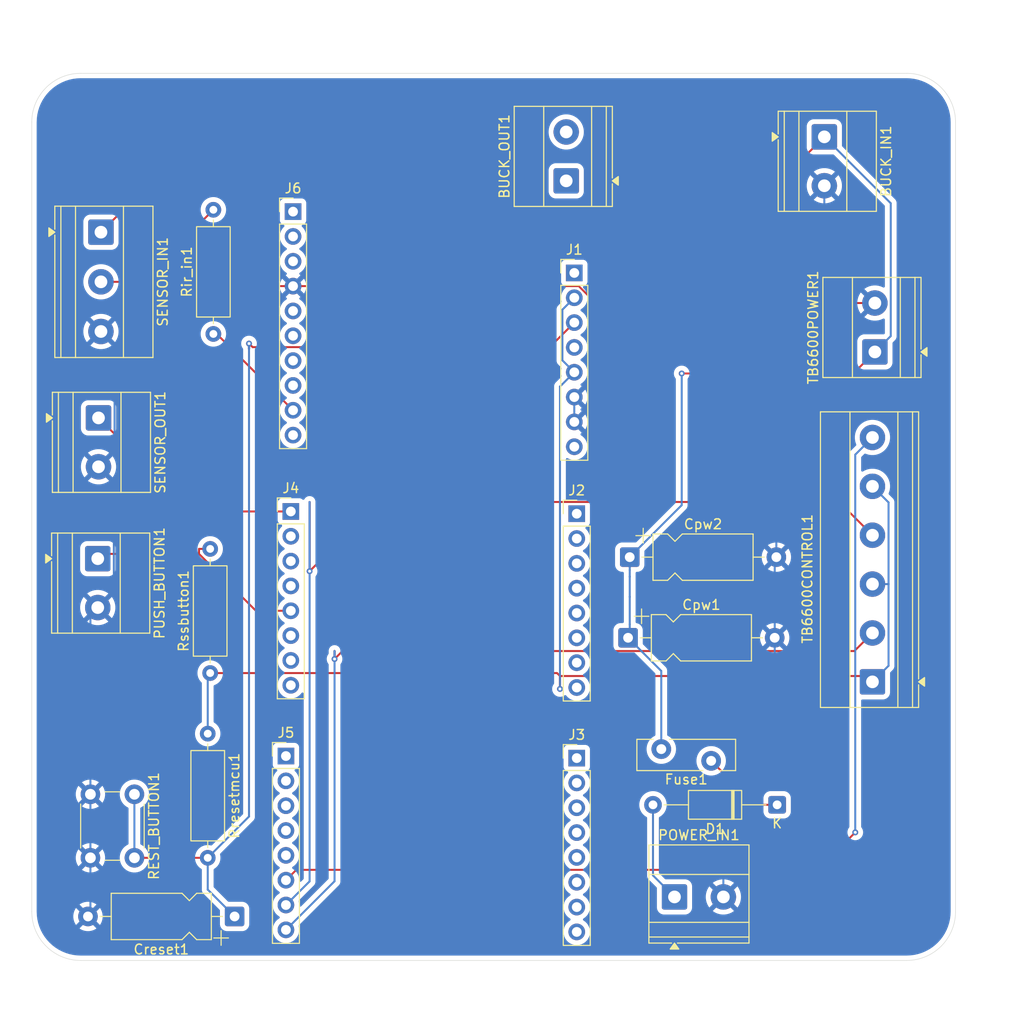
<source format=kicad_pcb>
(kicad_pcb (version 20241229) (generator "pcbnew") (generator_version "9.0")
  (layers (0 "F.Cu" signal) (2 "B.Cu" signal) (13 "F.Paste" user) (15 "B.Paste" user) (5 "F.SilkS" user "F.Silkscreen") (7 "B.SilkS" user "B.Silkscreen") (1 "F.Mask" user) (3 "B.Mask" user) (25 "Edge.Cuts" user))
  (net 0 "")
  (net 1 "GND")
  (net 2 "/24V")
  (net 3 "/Reset")
  (net 4 "Net-(D1-K)")
  (net 5 "Net-(D1-A)")
  (net 6 "/5V")
  (net 29 "/S{slash}S button")
  (net 30 "/IR_OUT")
  (net 35 "/EN")
  (net 37 "/PUL")
  (net 40 "/DIR")
  (net 42 "/SCL")
  (net 45 "/SDA")
  (net 46 "/IR_IN")
  (net 51 "Net-(SENSOR_IN1-Pin_2)")
  (footprint "TerminalBlock_Phoenix:TerminalBlock_Phoenix_MKDS-1,5-2_1x02_P5.00mm_Horizontal" (layer "F.Cu") (at 178.8275 66.25 -90)
    (property "Reference" "BUCK_IN1" (at 2.5 -6.32 90) (layer "F.SilkS"))
    (property "Value" "IN24V")
    (fp_line (start -2.62 4.72) (end -2.62 -5.32) (stroke (width 0.12)) (layer "F.SilkS"))
    (fp_line (start -0.3 4.72) (end -2.62 4.72) (stroke (width 0.12)) (layer "F.SilkS"))
    (fp_line (start 7.62 4.72) (end 0.3 4.72) (stroke (width 0.12)) (layer "F.SilkS"))
    (fp_line (start -2.62 4.1) (end 7.62 4.1) (stroke (width 0.12)) (layer "F.SilkS"))
    (fp_line (start -2.62 2.6) (end 7.62 2.6) (stroke (width 0.12)) (layer "F.SilkS"))
    (fp_line (start -2.62 -2.3) (end 7.62 -2.3) (stroke (width 0.12)) (layer "F.SilkS"))
    (fp_line (start -2.62 -5.32) (end 7.62 -5.32) (stroke (width 0.12)) (layer "F.SilkS"))
    (fp_line (start 7.62 -5.32) (end 7.62 4.72) (stroke (width 0.12)) (layer "F.SilkS"))
    (fp_poly (pts (xy 0 4.72) (xy 0.44 5.33) (xy -0.44 5.33)) (stroke (width 0.12)) (fill yes) (layer "F.SilkS"))
    (pad "1" thru_hole roundrect (at 0 0 270) (size 2.6 2.6) (drill 1.3) (layers "*.Cu" "*.Mask") (roundrect_rratio 0.096154) (net 2 "/24V"))
    (pad "2" thru_hole circle (at 5 0 270) (size 2.6 2.6) (drill 1.3) (layers "*.Cu" "*.Mask") (net 1 "GND"))
  )
  (footprint "Capacitor_THT:CP_Axial_L10.0mm_D4.5mm_P15.00mm_Horizontal" (layer "F.Cu") (at 158.92 109.2425)
    (property "Reference" "Cpw2" (at 7.5 -3.37 0) (layer "F.SilkS"))
    (property "Value" "0.1uF")
    (fp_line (start 0.63 -2.2) (end 2.13 -2.2) (stroke (width 0.12)) (layer "F.SilkS"))
    (fp_line (start 1.24 0) (end 2.38 0) (stroke (width 0.12)) (layer "F.SilkS"))
    (fp_line (start 1.38 -2.95) (end 1.38 -1.45) (stroke (width 0.12)) (layer "F.SilkS"))
    (fp_line (start 2.38 -2.37) (end 2.38 2.37) (stroke (width 0.12)) (layer "F.SilkS"))
    (fp_line (start 2.38 -2.37) (end 3.88 -2.37) (stroke (width 0.12)) (layer "F.SilkS"))
    (fp_line (start 2.38 2.37) (end 3.88 2.37) (stroke (width 0.12)) (layer "F.SilkS"))
    (fp_line (start 3.88 -2.37) (end 4.63 -1.62) (stroke (width 0.12)) (layer "F.SilkS"))
    (fp_line (start 3.88 2.37) (end 4.63 1.62) (stroke (width 0.12)) (layer "F.SilkS"))
    (fp_line (start 4.63 -1.62) (end 5.38 -2.37) (stroke (width 0.12)) (layer "F.SilkS"))
    (fp_line (start 4.63 1.62) (end 5.38 2.37) (stroke (width 0.12)) (layer "F.SilkS"))
    (fp_line (start 5.38 -2.37) (end 12.62 -2.37) (stroke (width 0.12)) (layer "F.SilkS"))
    (fp_line (start 5.38 2.37) (end 12.62 2.37) (stroke (width 0.12)) (layer "F.SilkS"))
    (fp_line (start 12.62 -2.37) (end 12.62 2.37) (stroke (width 0.12)) (layer "F.SilkS"))
    (fp_line (start 13.76 0) (end 12.62 0) (stroke (width 0.12)) (layer "F.SilkS"))
    (pad "1" thru_hole roundrect (at 0 0) (size 2 2) (drill 1) (layers "*.Cu" "*.Mask") (roundrect_rratio 0.125) (net 2 "/24V"))
    (pad "2" thru_hole circle (at 15 0) (size 2 2) (drill 1) (layers "*.Cu" "*.Mask") (net 1 "GND"))
  )
  (footprint "Resistor_THT:R_Axial_DIN0309_L9.0mm_D3.2mm_P12.70mm_Horizontal" (layer "F.Cu") (at 116 121.1 90)
    (property "Reference" "Rssbutton1" (at 6.35 -2.72 90) (layer "F.SilkS"))
    (property "Value" "10KΩ")
    (fp_line (start 11.66 0) (end 10.97 0) (stroke (width 0.12)) (layer "F.SilkS"))
    (fp_line (start 1.04 0) (end 1.73 0) (stroke (width 0.12)) (layer "F.SilkS"))
    (fp_rect (start 1.73 -1.72) (end 10.97 1.72) (stroke (width 0.12)) (fill no) (layer "F.SilkS"))
    (pad "1" thru_hole circle (at 0 0 90) (size 1.6 1.6) (drill 0.8) (layers "*.Cu" "*.Mask") (net 6 "/5V"))
    (pad "2" thru_hole circle (at 12.7 0 90) (size 1.6 1.6) (drill 0.8) (layers "*.Cu" "*.Mask") (net 29 "/S{slash}S button"))
  )
  (footprint "Connector_PinHeader_2.54mm:PinHeader_1x08_P2.54mm_Vertical" (layer "F.Cu") (at 153.25 80.17)
    (property "Reference" "J1" (at 0 -2.38 0) (layer "F.SilkS"))
    (property "Value" "Conn_01x08_Pin" (hide yes))
    (fp_line (start -1.38 -1.38) (end 0 -1.38) (stroke (width 0.12)) (layer "F.SilkS"))
    (fp_line (start -1.38 0) (end -1.38 -1.38) (stroke (width 0.12)) (layer "F.SilkS"))
    (fp_line (start -1.38 1.27) (end -1.38 19.16) (stroke (width 0.12)) (layer "F.SilkS"))
    (fp_line (start -1.38 1.27) (end 1.38 1.27) (stroke (width 0.12)) (layer "F.SilkS"))
    (fp_line (start -1.38 19.16) (end 1.38 19.16) (stroke (width 0.12)) (layer "F.SilkS"))
    (fp_line (start 1.38 1.27) (end 1.38 19.16) (stroke (width 0.12)) (layer "F.SilkS"))
    (pad "1" thru_hole rect (at 0 0) (size 1.7 1.7) (drill 1) (layers "*.Cu" "*.Mask"))
    (pad "2" thru_hole circle (at 0 2.54) (size 1.7 1.7) (drill 1) (layers "*.Cu" "*.Mask") (net 6 "/5V"))
    (pad "3" thru_hole circle (at 0 5.08) (size 1.7 1.7) (drill 1) (layers "*.Cu" "*.Mask") (net 3 "/Reset"))
    (pad "4" thru_hole circle (at 0 7.62) (size 1.7 1.7) (drill 1) (layers "*.Cu" "*.Mask"))
    (pad "5" thru_hole circle (at 0 10.16) (size 1.7 1.7) (drill 1) (layers "*.Cu" "*.Mask") (net 6 "/5V"))
    (pad "6" thru_hole circle (at 0 12.7) (size 1.7 1.7) (drill 1) (layers "*.Cu" "*.Mask") (net 1 "GND"))
    (pad "7" thru_hole circle (at 0 15.24) (size 1.7 1.7) (drill 1) (layers "*.Cu" "*.Mask") (net 1 "GND"))
    (pad "8" thru_hole circle (at 0 17.78) (size 1.7 1.7) (drill 1) (layers "*.Cu" "*.Mask"))
  )
  (footprint "Resistor_THT:R_Axial_DIN0309_L9.0mm_D3.2mm_P12.70mm_Horizontal" (layer "F.Cu") (at 116.3275 86.41 90)
    (property "Reference" "Rir_in1" (at 6.35 -2.72 90) (layer "F.SilkS"))
    (property "Value" "1KΩ")
    (fp_line (start 11.66 0) (end 10.97 0) (stroke (width 0.12)) (layer "F.SilkS"))
    (fp_line (start 1.04 0) (end 1.73 0) (stroke (width 0.12)) (layer "F.SilkS"))
    (fp_rect (start 1.73 -1.72) (end 10.97 1.72) (stroke (width 0.12)) (fill no) (layer "F.SilkS"))
    (pad "1" thru_hole circle (at 0 0 90) (size 1.6 1.6) (drill 0.8) (layers "*.Cu" "*.Mask") (net 46 "/IR_IN"))
    (pad "2" thru_hole circle (at 12.7 0 90) (size 1.6 1.6) (drill 0.8) (layers "*.Cu" "*.Mask") (net 51 "Net-(SENSOR_IN1-Pin_2)"))
  )
  (footprint "TerminalBlock_Phoenix:TerminalBlock_Phoenix_MKDS-1,5-2_1x02_P5.00mm_Horizontal" (layer "F.Cu") (at 163.5 144.0025)
    (property "Reference" "POWER_IN1" (at 2.5 -6.32 0) (layer "F.SilkS"))
    (property "Value" "IN24V")
    (fp_line (start -2.62 -5.32) (end 7.62 -5.32) (stroke (width 0.12)) (layer "F.SilkS"))
    (fp_line (start -2.62 -2.3) (end 7.62 -2.3) (stroke (width 0.12)) (layer "F.SilkS"))
    (fp_line (start -2.62 2.6) (end 7.62 2.6) (stroke (width 0.12)) (layer "F.SilkS"))
    (fp_line (start -2.62 4.1) (end 7.62 4.1) (stroke (width 0.12)) (layer "F.SilkS"))
    (fp_line (start -2.62 4.72) (end -2.62 -5.32) (stroke (width 0.12)) (layer "F.SilkS"))
    (fp_line (start -0.3 4.72) (end -2.62 4.72) (stroke (width 0.12)) (layer "F.SilkS"))
    (fp_line (start 7.62 -5.32) (end 7.62 4.72) (stroke (width 0.12)) (layer "F.SilkS"))
    (fp_line (start 7.62 4.72) (end 0.3 4.72) (stroke (width 0.12)) (layer "F.SilkS"))
    (fp_poly (pts (xy 0 4.72) (xy 0.44 5.33) (xy -0.44 5.33)) (stroke (width 0.12)) (fill yes) (layer "F.SilkS"))
    (pad "1" thru_hole roundrect (at 0 0) (size 2.6 2.6) (drill 1.3) (layers "*.Cu" "*.Mask") (roundrect_rratio 0.096154) (net 5 "Net-(D1-A)"))
    (pad "2" thru_hole circle (at 5 0) (size 2.6 2.6) (drill 1.3) (layers "*.Cu" "*.Mask") (net 1 "GND"))
  )
  (footprint "Fuse:Fuse_Bourns_MF-RG400" (layer "F.Cu") (at 167.25 130.08 180)
    (property "Reference" "Fuse1" (at 2.55 -1.9 0) (layer "F.SilkS"))
    (property "Value" "PTCFuse")
    (fp_line (start 7.6 2.2) (end 5.938 2.2) (stroke (width 0.12)) (layer "F.SilkS"))
    (fp_line (start 7.6 -1) (end 7.6 2.2) (stroke (width 0.12)) (layer "F.SilkS"))
    (fp_line (start 4.262 2.2) (end -2.5 2.2) (stroke (width 0.12)) (layer "F.SilkS"))
    (fp_line (start 0.838 -1) (end 7.6 -1) (stroke (width 0.12)) (layer "F.SilkS"))
    (fp_line (start -2.5 2.2) (end -2.5 -1) (stroke (width 0.12)) (layer "F.SilkS"))
    (fp_line (start -2.5 -1) (end -0.838 -1) (stroke (width 0.12)) (layer "F.SilkS"))
    (pad "1" thru_hole circle (at 0 0 180) (size 2.01 2.01) (drill 1.01) (layers "*.Cu" "*.Mask") (net 4 "Net-(D1-K)"))
    (pad "2" thru_hole circle (at 5.1 1.2 180) (size 2.01 2.01) (drill 1.01) (layers "*.Cu" "*.Mask") (net 2 "/24V"))
  )
  (footprint "Resistor_THT:R_Axial_DIN0309_L9.0mm_D3.2mm_P12.70mm_Horizontal" (layer "F.Cu") (at 115.75 127.3 -90)
    (property "Reference" "Rresetmcu1" (at 6.35 -2.72 90) (layer "F.SilkS"))
    (property "Value" "10KΩ")
    (fp_line (start 1.04 0) (end 1.73 0) (stroke (width 0.12)) (layer "F.SilkS"))
    (fp_line (start 11.66 0) (end 10.97 0) (stroke (width 0.12)) (layer "F.SilkS"))
    (fp_rect (start 1.73 -1.72) (end 10.97 1.72) (stroke (width 0.12)) (fill no) (layer "F.SilkS"))
    (pad "1" thru_hole circle (at 0 0 270) (size 1.6 1.6) (drill 0.8) (layers "*.Cu" "*.Mask") (net 6 "/5V"))
    (pad "2" thru_hole circle (at 12.7 0 270) (size 1.6 1.6) (drill 0.8) (layers "*.Cu" "*.Mask") (net 3 "/Reset"))
  )
  (footprint "Connector_PinHeader_2.54mm:PinHeader_1x08_P2.54mm_Vertical" (layer "F.Cu") (at 123.75 129.59)
    (property "Reference" "J5" (at 0 -2.38 0) (layer "F.SilkS"))
    (property "Value" "Conn_01x08_Pin" (hide yes))
    (fp_line (start -1.38 -1.38) (end 0 -1.38) (stroke (width 0.12)) (layer "F.SilkS"))
    (fp_line (start -1.38 0) (end -1.38 -1.38) (stroke (width 0.12)) (layer "F.SilkS"))
    (fp_line (start -1.38 1.27) (end -1.38 19.16) (stroke (width 0.12)) (layer "F.SilkS"))
    (fp_line (start -1.38 1.27) (end 1.38 1.27) (stroke (width 0.12)) (layer "F.SilkS"))
    (fp_line (start -1.38 19.16) (end 1.38 19.16) (stroke (width 0.12)) (layer "F.SilkS"))
    (fp_line (start 1.38 1.27) (end 1.38 19.16) (stroke (width 0.12)) (layer "F.SilkS"))
    (pad "1" thru_hole rect (at 0 0) (size 1.7 1.7) (drill 1) (layers "*.Cu" "*.Mask"))
    (pad "2" thru_hole circle (at 0 2.54) (size 1.7 1.7) (drill 1) (layers "*.Cu" "*.Mask"))
    (pad "3" thru_hole circle (at 0 5.08) (size 1.7 1.7) (drill 1) (layers "*.Cu" "*.Mask"))
    (pad "4" thru_hole circle (at 0 7.62) (size 1.7 1.7) (drill 1) (layers "*.Cu" "*.Mask"))
    (pad "5" thru_hole circle (at 0 10.16) (size 1.7 1.7) (drill 1) (layers "*.Cu" "*.Mask"))
    (pad "6" thru_hole circle (at 0 12.7) (size 1.7 1.7) (drill 1) (layers "*.Cu" "*.Mask") (net 35 "/EN"))
    (pad "7" thru_hole circle (at 0 15.24) (size 1.7 1.7) (drill 1) (layers "*.Cu" "*.Mask") (net 40 "/DIR"))
    (pad "8" thru_hole circle (at 0 17.78) (size 1.7 1.7) (drill 1) (layers "*.Cu" "*.Mask") (net 37 "/PUL"))
  )
  (footprint "Diode_THT:D_A-405_P12.70mm_Horizontal" (layer "F.Cu") (at 174 134.58 180)
    (property "Reference" "D1" (at 6.35 -2.47 0) (layer "F.SilkS"))
    (property "Value" "D1sch")
    (fp_line (start 11.56 0) (end 9.07 0) (stroke (width 0.12)) (layer "F.SilkS"))
    (fp_line (start 4.65 -1.47) (end 4.65 1.47) (stroke (width 0.12)) (layer "F.SilkS"))
    (fp_line (start 4.53 -1.47) (end 4.53 1.47) (stroke (width 0.12)) (layer "F.SilkS"))
    (fp_line (start 4.41 -1.47) (end 4.41 1.47) (stroke (width 0.12)) (layer "F.SilkS"))
    (fp_line (start 1.14 0) (end 3.63 0) (stroke (width 0.12)) (layer "F.SilkS"))
    (fp_rect (start 3.63 -1.47) (end 9.07 1.47) (stroke (width 0.12)) (fill no) (layer "F.SilkS"))
    (fp_text user "K" (at 0 -1.9 0) (layer "F.SilkS"))
    (pad "1" thru_hole roundrect (at 0 0 180) (size 1.8 1.8) (drill 0.9) (layers "*.Cu" "*.Mask") (roundrect_rratio 0.138889) (net 4 "Net-(D1-K)"))
    (pad "2" thru_hole circle (at 12.7 0 180) (size 1.8 1.8) (drill 0.9) (layers "*.Cu" "*.Mask") (net 5 "Net-(D1-A)"))
  )
  (footprint "Connector_PinHeader_2.54mm:PinHeader_1x08_P2.54mm_Vertical" (layer "F.Cu") (at 124.25 104.57)
    (property "Reference" "J4" (at 0 -2.38 0) (layer "F.SilkS"))
    (property "Value" "Conn_01x08_Pin" (hide yes))
    (fp_line (start -1.38 -1.38) (end 0 -1.38) (stroke (width 0.12)) (layer "F.SilkS"))
    (fp_line (start -1.38 0) (end -1.38 -1.38) (stroke (width 0.12)) (layer "F.SilkS"))
    (fp_line (start -1.38 1.27) (end -1.38 19.16) (stroke (width 0.12)) (layer "F.SilkS"))
    (fp_line (start -1.38 1.27) (end 1.38 1.27) (stroke (width 0.12)) (layer "F.SilkS"))
    (fp_line (start -1.38 19.16) (end 1.38 19.16) (stroke (width 0.12)) (layer "F.SilkS"))
    (fp_line (start 1.38 1.27) (end 1.38 19.16) (stroke (width 0.12)) (layer "F.SilkS"))
    (pad "1" thru_hole rect (at 0 0) (size 1.7 1.7) (drill 1) (layers "*.Cu" "*.Mask") (net 30 "/IR_OUT"))
    (pad "2" thru_hole circle (at 0 2.54) (size 1.7 1.7) (drill 1) (layers "*.Cu" "*.Mask"))
    (pad "3" thru_hole circle (at 0 5.08) (size 1.7 1.7) (drill 1) (layers "*.Cu" "*.Mask"))
    (pad "4" thru_hole circle (at 0 7.62) (size 1.7 1.7) (drill 1) (layers "*.Cu" "*.Mask"))
    (pad "5" thru_hole circle (at 0 10.16) (size 1.7 1.7) (drill 1) (layers "*.Cu" "*.Mask") (net 29 "/S{slash}S button"))
    (pad "6" thru_hole circle (at 0 12.7) (size 1.7 1.7) (drill 1) (layers "*.Cu" "*.Mask"))
    (pad "7" thru_hole circle (at 0 15.24) (size 1.7 1.7) (drill 1) (layers "*.Cu" "*.Mask"))
    (pad "8" thru_hole circle (at 0 17.78) (size 1.7 1.7) (drill 1) (layers "*.Cu" "*.Mask"))
  )
  (footprint "Button_Switch_THT:SW_PUSH_6mm" (layer "F.Cu") (at 108.25 133.5 -90)
    (property "Reference" "REST_BUTTON1" (at 3.25 -2 90) (layer "F.SilkS"))
    (property "Value" "RST_BTN")
    (fp_line (start 1 5.5) (end 5.5 5.5) (stroke (width 0.12)) (layer "F.SilkS"))
    (fp_line (start 6.75 3) (end 6.75 1.5) (stroke (width 0.12)) (layer "F.SilkS"))
    (fp_line (start -0.25 1.5) (end -0.25 3) (stroke (width 0.12)) (layer "F.SilkS"))
    (fp_line (start 5.5 -1) (end 1 -1) (stroke (width 0.12)) (layer "F.SilkS"))
    (pad "1" thru_hole circle (at 0 0) (size 2 2) (drill 1.1) (layers "*.Cu" "*.Mask") (net 3 "/Reset"))
    (pad "1" thru_hole circle (at 6.5 0) (size 2 2) (drill 1.1) (layers "*.Cu" "*.Mask") (net 3 "/Reset"))
    (pad "2" thru_hole circle (at 0 4.5) (size 2 2) (drill 1.1) (layers "*.Cu" "*.Mask") (net 1 "GND"))
    (pad "2" thru_hole circle (at 6.5 4.5) (size 2 2) (drill 1.1) (layers "*.Cu" "*.Mask") (net 1 "GND"))
  )
  (footprint "TerminalBlock_Phoenix:TerminalBlock_Phoenix_MKDS-1,5-3-5.08_1x03_P5.08mm_Horizontal" (layer "F.Cu") (at 104.8275 76 -90)
    (property "Reference" "SENSOR_IN1" (at 5.08 -6.32 90) (layer "F.SilkS"))
    (property "Value" "~")
    (fp_line (start -2.66 4.72) (end -2.66 -5.32) (stroke (width 0.12)) (layer "F.SilkS"))
    (fp_line (start -0.3 4.72) (end -2.66 4.72) (stroke (width 0.12)) (layer "F.SilkS"))
    (fp_line (start 12.82 4.72) (end 0.3 4.72) (stroke (width 0.12)) (layer "F.SilkS"))
    (fp_line (start -2.66 4.1) (end 12.82 4.1) (stroke (width 0.12)) (layer "F.SilkS"))
    (fp_line (start -2.66 2.6) (end 12.82 2.6) (stroke (width 0.12)) (layer "F.SilkS"))
    (fp_line (start -2.66 -2.3) (end 12.82 -2.3) (stroke (width 0.12)) (layer "F.SilkS"))
    (fp_line (start -2.66 -5.32) (end 12.82 -5.32) (stroke (width 0.12)) (layer "F.SilkS"))
    (fp_line (start 12.82 -5.32) (end 12.82 4.72) (stroke (width 0.12)) (layer "F.SilkS"))
    (fp_poly (pts (xy 0 4.72) (xy 0.44 5.33) (xy -0.44 5.33)) (stroke (width 0.12)) (fill yes) (layer "F.SilkS"))
    (pad "1" thru_hole roundrect (at 0 0 270) (size 2.6 2.6) (drill 1.3) (layers "*.Cu" "*.Mask") (roundrect_rratio 0.096154) (net 2 "/24V"))
    (pad "2" thru_hole circle (at 5.08 0 270) (size 2.6 2.6) (drill 1.3) (layers "*.Cu" "*.Mask") (net 51 "Net-(SENSOR_IN1-Pin_2)"))
    (pad "3" thru_hole circle (at 10.16 0 270) (size 2.6 2.6) (drill 1.3) (layers "*.Cu" "*.Mask") (net 1 "GND"))
  )
  (footprint "Capacitor_THT:CP_Axial_L10.0mm_D4.5mm_P15.00mm_Horizontal" (layer "F.Cu") (at 158.75 117.4925)
    (property "Reference" "Cpw1" (at 7.5 -3.37 0) (layer "F.SilkS"))
    (property "Value" "470uF")
    (fp_line (start 0.63 -2.2) (end 2.13 -2.2) (stroke (width 0.12)) (layer "F.SilkS"))
    (fp_line (start 1.24 0) (end 2.38 0) (stroke (width 0.12)) (layer "F.SilkS"))
    (fp_line (start 1.38 -2.95) (end 1.38 -1.45) (stroke (width 0.12)) (layer "F.SilkS"))
    (fp_line (start 2.38 -2.37) (end 2.38 2.37) (stroke (width 0.12)) (layer "F.SilkS"))
    (fp_line (start 2.38 -2.37) (end 3.88 -2.37) (stroke (width 0.12)) (layer "F.SilkS"))
    (fp_line (start 2.38 2.37) (end 3.88 2.37) (stroke (width 0.12)) (layer "F.SilkS"))
    (fp_line (start 3.88 -2.37) (end 4.63 -1.62) (stroke (width 0.12)) (layer "F.SilkS"))
    (fp_line (start 3.88 2.37) (end 4.63 1.62) (stroke (width 0.12)) (layer "F.SilkS"))
    (fp_line (start 4.63 -1.62) (end 5.38 -2.37) (stroke (width 0.12)) (layer "F.SilkS"))
    (fp_line (start 4.63 1.62) (end 5.38 2.37) (stroke (width 0.12)) (layer "F.SilkS"))
    (fp_line (start 5.38 -2.37) (end 12.62 -2.37) (stroke (width 0.12)) (layer "F.SilkS"))
    (fp_line (start 5.38 2.37) (end 12.62 2.37) (stroke (width 0.12)) (layer "F.SilkS"))
    (fp_line (start 12.62 -2.37) (end 12.62 2.37) (stroke (width 0.12)) (layer "F.SilkS"))
    (fp_line (start 13.76 0) (end 12.62 0) (stroke (width 0.12)) (layer "F.SilkS"))
    (pad "1" thru_hole roundrect (at 0 0) (size 2 2) (drill 1) (layers "*.Cu" "*.Mask") (roundrect_rratio 0.125) (net 2 "/24V"))
    (pad "2" thru_hole circle (at 15 0) (size 2 2) (drill 1) (layers "*.Cu" "*.Mask") (net 1 "GND"))
  )
  (footprint "Capacitor_THT:CP_Axial_L10.0mm_D4.5mm_P15.00mm_Horizontal" (layer "F.Cu") (at 118.5 146 180)
    (property "Reference" "Creset1" (at 7.5 -3.37 0) (layer "F.SilkS"))
    (property "Value" "0.1uF")
    (fp_line (start 13.76 0) (end 12.62 0) (stroke (width 0.12)) (layer "F.SilkS"))
    (fp_line (start 12.62 -2.37) (end 12.62 2.37) (stroke (width 0.12)) (layer "F.SilkS"))
    (fp_line (start 5.38 2.37) (end 12.62 2.37) (stroke (width 0.12)) (layer "F.SilkS"))
    (fp_line (start 5.38 -2.37) (end 12.62 -2.37) (stroke (width 0.12)) (layer "F.SilkS"))
    (fp_line (start 4.63 1.62) (end 5.38 2.37) (stroke (width 0.12)) (layer "F.SilkS"))
    (fp_line (start 4.63 -1.62) (end 5.38 -2.37) (stroke (width 0.12)) (layer "F.SilkS"))
    (fp_line (start 3.88 2.37) (end 4.63 1.62) (stroke (width 0.12)) (layer "F.SilkS"))
    (fp_line (start 3.88 -2.37) (end 4.63 -1.62) (stroke (width 0.12)) (layer "F.SilkS"))
    (fp_line (start 2.38 2.37) (end 3.88 2.37) (stroke (width 0.12)) (layer "F.SilkS"))
    (fp_line (start 2.38 -2.37) (end 3.88 -2.37) (stroke (width 0.12)) (layer "F.SilkS"))
    (fp_line (start 2.38 -2.37) (end 2.38 2.37) (stroke (width 0.12)) (layer "F.SilkS"))
    (fp_line (start 1.38 -2.95) (end 1.38 -1.45) (stroke (width 0.12)) (layer "F.SilkS"))
    (fp_line (start 1.24 0) (end 2.38 0) (stroke (width 0.12)) (layer "F.SilkS"))
    (fp_line (start 0.63 -2.2) (end 2.13 -2.2) (stroke (width 0.12)) (layer "F.SilkS"))
    (pad "1" thru_hole roundrect (at 0 0 180) (size 2 2) (drill 1) (layers "*.Cu" "*.Mask") (roundrect_rratio 0.125) (net 3 "/Reset"))
    (pad "2" thru_hole circle (at 15 0 180) (size 2 2) (drill 1) (layers "*.Cu" "*.Mask") (net 1 "GND"))
  )
  (footprint "TerminalBlock_Phoenix:TerminalBlock_Phoenix_MKDS-1,5-2_1x02_P5.00mm_Horizontal" (layer "F.Cu") (at 104.5775 95 -90)
    (property "Reference" "SENSOR_OUT1" (at 2.5 -6.32 90) (layer "F.SilkS"))
    (property "Value" "~")
    (fp_line (start -2.62 4.72) (end -2.62 -5.32) (stroke (width 0.12)) (layer "F.SilkS"))
    (fp_line (start -0.3 4.72) (end -2.62 4.72) (stroke (width 0.12)) (layer "F.SilkS"))
    (fp_line (start 7.62 4.72) (end 0.3 4.72) (stroke (width 0.12)) (layer "F.SilkS"))
    (fp_line (start -2.62 4.1) (end 7.62 4.1) (stroke (width 0.12)) (layer "F.SilkS"))
    (fp_line (start -2.62 2.6) (end 7.62 2.6) (stroke (width 0.12)) (layer "F.SilkS"))
    (fp_line (start -2.62 -2.3) (end 7.62 -2.3) (stroke (width 0.12)) (layer "F.SilkS"))
    (fp_line (start -2.62 -5.32) (end 7.62 -5.32) (stroke (width 0.12)) (layer "F.SilkS"))
    (fp_line (start 7.62 -5.32) (end 7.62 4.72) (stroke (width 0.12)) (layer "F.SilkS"))
    (fp_poly (pts (xy 0 4.72) (xy 0.44 5.33) (xy -0.44 5.33)) (stroke (width 0.12)) (fill yes) (layer "F.SilkS"))
    (pad "1" thru_hole roundrect (at 0 0 270) (size 2.6 2.6) (drill 1.3) (layers "*.Cu" "*.Mask") (roundrect_rratio 0.096154) (net 30 "/IR_OUT"))
    (pad "2" thru_hole circle (at 5 0 270) (size 2.6 2.6) (drill 1.3) (layers "*.Cu" "*.Mask") (net 1 "GND"))
  )
  (footprint "Connector_PinHeader_2.54mm:PinHeader_1x08_P2.54mm_Vertical" (layer "F.Cu") (at 153.5 129.8)
    (property "Reference" "J3" (at 0 -2.38 0) (layer "F.SilkS"))
    (property "Value" "Conn_01x08_Pin" (hide yes))
    (fp_line (start -1.38 -1.38) (end 0 -1.38) (stroke (width 0.12)) (layer "F.SilkS"))
    (fp_line (start -1.38 0) (end -1.38 -1.38) (stroke (width 0.12)) (layer "F.SilkS"))
    (fp_line (start -1.38 1.27) (end -1.38 19.16) (stroke (width 0.12)) (layer "F.SilkS"))
    (fp_line (start -1.38 1.27) (end 1.38 1.27) (stroke (width 0.12)) (layer "F.SilkS"))
    (fp_line (start -1.38 19.16) (end 1.38 19.16) (stroke (width 0.12)) (layer "F.SilkS"))
    (fp_line (start 1.38 1.27) (end 1.38 19.16) (stroke (width 0.12)) (layer "F.SilkS"))
    (pad "1" thru_hole rect (at 0 0) (size 1.7 1.7) (drill 1) (layers "*.Cu" "*.Mask"))
    (pad "2" thru_hole circle (at 0 2.54) (size 1.7 1.7) (drill 1) (layers "*.Cu" "*.Mask"))
    (pad "3" thru_hole circle (at 0 5.08) (size 1.7 1.7) (drill 1) (layers "*.Cu" "*.Mask"))
    (pad "4" thru_hole circle (at 0 7.62) (size 1.7 1.7) (drill 1) (layers "*.Cu" "*.Mask"))
    (pad "5" thru_hole circle (at 0 10.16) (size 1.7 1.7) (drill 1) (layers "*.Cu" "*.Mask"))
    (pad "6" thru_hole circle (at 0 12.7) (size 1.7 1.7) (drill 1) (layers "*.Cu" "*.Mask"))
    (pad "7" thru_hole circle (at 0 15.24) (size 1.7 1.7) (drill 1) (layers "*.Cu" "*.Mask"))
    (pad "8" thru_hole circle (at 0 17.78) (size 1.7 1.7) (drill 1) (layers "*.Cu" "*.Mask"))
  )
  (footprint "Connector_PinHeader_2.54mm:PinHeader_1x10_P2.54mm_Vertical" (layer "F.Cu") (at 124.48 73.9)
    (property "Reference" "J6" (at 0 -2.38 0) (layer "F.SilkS"))
    (property "Value" "Conn_01x10_Pin" (hide yes))
    (fp_line (start -1.38 -1.38) (end 0 -1.38) (stroke (width 0.12)) (layer "F.SilkS"))
    (fp_line (start -1.38 0) (end -1.38 -1.38) (stroke (width 0.12)) (layer "F.SilkS"))
    (fp_line (start -1.38 1.27) (end -1.38 24.24) (stroke (width 0.12)) (layer "F.SilkS"))
    (fp_line (start -1.38 1.27) (end 1.38 1.27) (stroke (width 0.12)) (layer "F.SilkS"))
    (fp_line (start -1.38 24.24) (end 1.38 24.24) (stroke (width 0.12)) (layer "F.SilkS"))
    (fp_line (start 1.38 1.27) (end 1.38 24.24) (stroke (width 0.12)) (layer "F.SilkS"))
    (pad "1" thru_hole rect (at 0 0) (size 1.7 1.7) (drill 1) (layers "*.Cu" "*.Mask") (net 42 "/SCL"))
    (pad "2" thru_hole circle (at 0 2.54) (size 1.7 1.7) (drill 1) (layers "*.Cu" "*.Mask") (net 45 "/SDA"))
    (pad "3" thru_hole circle (at 0 5.08) (size 1.7 1.7) (drill 1) (layers "*.Cu" "*.Mask"))
    (pad "4" thru_hole circle (at 0 7.62) (size 1.7 1.7) (drill 1) (layers "*.Cu" "*.Mask") (net 1 "GND"))
    (pad "5" thru_hole circle (at 0 10.16) (size 1.7 1.7) (drill 1) (layers "*.Cu" "*.Mask"))
    (pad "6" thru_hole circle (at 0 12.7) (size 1.7 1.7) (drill 1) (layers "*.Cu" "*.Mask"))
    (pad "7" thru_hole circle (at 0 15.24) (size 1.7 1.7) (drill 1) (layers "*.Cu" "*.Mask"))
    (pad "8" thru_hole circle (at 0 17.78) (size 1.7 1.7) (drill 1) (layers "*.Cu" "*.Mask"))
    (pad "9" thru_hole circle (at 0 20.32) (size 1.7 1.7) (drill 1) (layers "*.Cu" "*.Mask") (net 46 "/IR_IN"))
    (pad "10" thru_hole circle (at 0 22.86) (size 1.7 1.7) (drill 1) (layers "*.Cu" "*.Mask"))
  )
  (footprint "TerminalBlock_Phoenix:TerminalBlock_Phoenix_MKDS-1,5-2_1x02_P5.00mm_Horizontal" (layer "F.Cu") (at 152.4225 70.75 90)
    (property "Reference" "BUCK_OUT1" (at 2.5 -6.32 90) (layer "F.SilkS"))
    (property "Value" "OUT12V")
    (fp_line (start 7.62 -5.32) (end 7.62 4.72) (stroke (width 0.12)) (layer "F.SilkS"))
    (fp_line (start -2.62 -5.32) (end 7.62 -5.32) (stroke (width 0.12)) (layer "F.SilkS"))
    (fp_line (start -2.62 -2.3) (end 7.62 -2.3) (stroke (width 0.12)) (layer "F.SilkS"))
    (fp_line (start -2.62 2.6) (end 7.62 2.6) (stroke (width 0.12)) (layer "F.SilkS"))
    (fp_line (start -2.62 4.1) (end 7.62 4.1) (stroke (width 0.12)) (layer "F.SilkS"))
    (fp_line (start 7.62 4.72) (end 0.3 4.72) (stroke (width 0.12)) (layer "F.SilkS"))
    (fp_line (start -0.3 4.72) (end -2.62 4.72) (stroke (width 0.12)) (layer "F.SilkS"))
    (fp_line (start -2.62 4.72) (end -2.62 -5.32) (stroke (width 0.12)) (layer "F.SilkS"))
    (fp_poly (pts (xy 0 4.72) (xy 0.44 5.33) (xy -0.44 5.33)) (stroke (width 0.12)) (fill yes) (layer "F.SilkS"))
    (pad "1" thru_hole roundrect (at 0 0 90) (size 2.6 2.6) (drill 1.3) (layers "*.Cu" "*.Mask") (roundrect_rratio 0.096154))
    (pad "2" thru_hole circle (at 5 0 90) (size 2.6 2.6) (drill 1.3) (layers "*.Cu" "*.Mask"))
  )
  (footprint "TerminalBlock_Phoenix:TerminalBlock_Phoenix_MKDS-1,5-2_1x02_P5.00mm_Horizontal" (layer "F.Cu") (at 184 88.25 90)
    (property "Reference" "TB6600POWER1" (at 2.5 -6.32 90) (layer "F.SilkS"))
    (property "Value" "POWER24V")
    (fp_line (start 7.62 -5.32) (end 7.62 4.72) (stroke (width 0.12)) (layer "F.SilkS"))
    (fp_line (start -2.62 -5.32) (end 7.62 -5.32) (stroke (width 0.12)) (layer "F.SilkS"))
    (fp_line (start -2.62 -2.3) (end 7.62 -2.3) (stroke (width 0.12)) (layer "F.SilkS"))
    (fp_line (start -2.62 2.6) (end 7.62 2.6) (stroke (width 0.12)) (layer "F.SilkS"))
    (fp_line (start -2.62 4.1) (end 7.62 4.1) (stroke (width 0.12)) (layer "F.SilkS"))
    (fp_line (start 7.62 4.72) (end 0.3 4.72) (stroke (width 0.12)) (layer "F.SilkS"))
    (fp_line (start -0.3 4.72) (end -2.62 4.72) (stroke (width 0.12)) (layer "F.SilkS"))
    (fp_line (start -2.62 4.72) (end -2.62 -5.32) (stroke (width 0.12)) (layer "F.SilkS"))
    (fp_poly (pts (xy 0 4.72) (xy 0.44 5.33) (xy -0.44 5.33)) (stroke (width 0.12)) (fill yes) (layer "F.SilkS"))
    (pad "1" thru_hole roundrect (at 0 0 90) (size 2.6 2.6) (drill 1.3) (layers "*.Cu" "*.Mask") (roundrect_rratio 0.096154) (net 2 "/24V"))
    (pad "2" thru_hole circle (at 5 0 90) (size 2.6 2.6) (drill 1.3) (layers "*.Cu" "*.Mask") (net 1 "GND"))
  )
  (footprint "Connector_PinHeader_2.54mm:PinHeader_1x08_P2.54mm_Vertical" (layer "F.Cu") (at 153.5 104.8)
    (property "Reference" "J2" (at 0 -2.38 0) (layer "F.SilkS"))
    (property "Value" "Conn_01x08_Pin" (hide yes))
    (fp_line (start -1.38 -1.38) (end 0 -1.38) (stroke (width 0.12)) (layer "F.SilkS"))
    (fp_line (start -1.38 0) (end -1.38 -1.38) (stroke (width 0.12)) (layer "F.SilkS"))
    (fp_line (start -1.38 1.27) (end -1.38 19.16) (stroke (width 0.12)) (layer "F.SilkS"))
    (fp_line (start -1.38 1.27) (end 1.38 1.27) (stroke (width 0.12)) (layer "F.SilkS"))
    (fp_line (start -1.38 19.16) (end 1.38 19.16) (stroke (width 0.12)) (layer "F.SilkS"))
    (fp_line (start 1.38 1.27) (end 1.38 19.16) (stroke (width 0.12)) (layer "F.SilkS"))
    (pad "1" thru_hole rect (at 0 0) (size 1.7 1.7) (drill 1) (layers "*.Cu" "*.Mask"))
    (pad "2" thru_hole circle (at 0 2.54) (size 1.7 1.7) (drill 1) (layers "*.Cu" "*.Mask"))
    (pad "3" thru_hole circle (at 0 5.08) (size 1.7 1.7) (drill 1) (layers "*.Cu" "*.Mask"))
    (pad "4" thru_hole circle (at 0 7.62) (size 1.7 1.7) (drill 1) (layers "*.Cu" "*.Mask"))
    (pad "5" thru_hole circle (at 0 10.16) (size 1.7 1.7) (drill 1) (layers "*.Cu" "*.Mask"))
    (pad "6" thru_hole circle (at 0 12.7) (size 1.7 1.7) (drill 1) (layers "*.Cu" "*.Mask"))
    (pad "7" thru_hole circle (at 0 15.24) (size 1.7 1.7) (drill 1) (layers "*.Cu" "*.Mask"))
    (pad "8" thru_hole circle (at 0 17.78) (size 1.7 1.7) (drill 1) (layers "*.Cu" "*.Mask"))
  )
  (footprint "TerminalBlock_Phoenix:TerminalBlock_Phoenix_MKDS-1,5-2_1x02_P5.00mm_Horizontal" (layer "F.Cu") (at 104.5 109.4 -90)
    (property "Reference" "PUSH_BUTTON1" (at 2.5 -6.32 90) (layer "F.SilkS"))
    (property "Value" "~")
    (fp_line (start -2.62 4.72) (end -2.62 -5.32) (stroke (width 0.12)) (layer "F.SilkS"))
    (fp_line (start -0.3 4.72) (end -2.62 4.72) (stroke (width 0.12)) (layer "F.SilkS"))
    (fp_line (start 7.62 4.72) (end 0.3 4.72) (stroke (width 0.12)) (layer "F.SilkS"))
    (fp_line (start -2.62 4.1) (end 7.62 4.1) (stroke (width 0.12)) (layer "F.SilkS"))
    (fp_line (start -2.62 2.6) (end 7.62 2.6) (stroke (width 0.12)) (layer "F.SilkS"))
    (fp_line (start -2.62 -2.3) (end 7.62 -2.3) (stroke (width 0.12)) (layer "F.SilkS"))
    (fp_line (start -2.62 -5.32) (end 7.62 -5.32) (stroke (width 0.12)) (layer "F.SilkS"))
    (fp_line (start 7.62 -5.32) (end 7.62 4.72) (stroke (width 0.12)) (layer "F.SilkS"))
    (fp_poly (pts (xy 0 4.72) (xy 0.44 5.33) (xy -0.44 5.33)) (stroke (width 0.12)) (fill yes) (layer "F.SilkS"))
    (pad "1" thru_hole roundrect (at 0 0 270) (size 2.6 2.6) (drill 1.3) (layers "*.Cu" "*.Mask") (roundrect_rratio 0.096154) (net 29 "/S{slash}S button"))
    (pad "2" thru_hole circle (at 5 0 270) (size 2.6 2.6) (drill 1.3) (layers "*.Cu" "*.Mask") (net 1 "GND"))
  )
  (footprint "TerminalBlock_Phoenix:TerminalBlock_Phoenix_MKDS-1,5-6_1x06_P5.00mm_Horizontal" (layer "F.Cu") (at 183.75 122 90)
    (property "Reference" "TB6600CONTROL1" (at 10.54 -6.6525 90) (layer "F.SilkS"))
    (property "Value" "CONTROL")
    (fp_line (start 27.62 -5.32) (end 27.62 4.72) (stroke (width 0.12)) (layer "F.SilkS"))
    (fp_line (start -2.62 -5.32) (end 27.62 -5.32) (stroke (width 0.12)) (layer "F.SilkS"))
    (fp_line (start -2.62 -2.3) (end 27.62 -2.3) (stroke (width 0.12)) (layer "F.SilkS"))
    (fp_line (start -2.62 2.6) (end 27.62 2.6) (stroke (width 0.12)) (layer "F.SilkS"))
    (fp_line (start -2.62 4.1) (end 27.62 4.1) (stroke (width 0.12)) (layer "F.SilkS"))
    (fp_line (start 27.62 4.72) (end 0.3 4.72) (stroke (width 0.12)) (layer "F.SilkS"))
    (fp_line (start -0.3 4.72) (end -2.62 4.72) (stroke (width 0.12)) (layer "F.SilkS"))
    (fp_line (start -2.62 4.72) (end -2.62 -5.32) (stroke (width 0.12)) (layer "F.SilkS"))
    (fp_poly (pts (xy 0 4.72) (xy 0.44 5.33) (xy -0.44 5.33)) (stroke (width 0.12)) (fill yes) (layer "F.SilkS"))
    (pad "1" thru_hole roundrect (at 0 0 90) (size 2.6 2.6) (drill 1.3) (layers "*.Cu" "*.Mask") (roundrect_rratio 0.096154) (net 6 "/5V"))
    (pad "2" thru_hole circle (at 5 0 90) (size 2.6 2.6) (drill 1.3) (layers "*.Cu" "*.Mask") (net 37 "/PUL"))
    (pad "3" thru_hole circle (at 10 0 90) (size 2.6 2.6) (drill 1.3) (layers "*.Cu" "*.Mask") (net 6 "/5V"))
    (pad "4" thru_hole circle (at 15 0 90) (size 2.6 2.6) (drill 1.3) (layers "*.Cu" "*.Mask") (net 40 "/DIR"))
    (pad "5" thru_hole circle (at 20 0 90) (size 2.6 2.6) (drill 1.3) (layers "*.Cu" "*.Mask") (net 6 "/5V"))
    (pad "6" thru_hole circle (at 25 0 90) (size 2.6 2.6) (drill 1.3) (layers "*.Cu" "*.Mask") (net 35 "/EN"))
  )
  (gr_line (start 192.25 64.75) (end 192.25 145.5) (stroke (width 0.05)) (layer "Edge.Cuts"))
  (gr_line (start 97.75 145.5) (end 97.75 64.75) (stroke (width 0.05)) (layer "Edge.Cuts"))
  (gr_line (start 187.25 150.5) (end 102.75 150.5) (stroke (width 0.05)) (layer "Edge.Cuts"))
  (gr_arc (start 102.75 150.5) (mid 99.214466 149.035534) (end 97.75 145.5) (stroke (width 0.05)) (layer "Edge.Cuts"))
  (gr_arc (start 187.25 59.75) (mid 190.785534 61.214466) (end 192.25 64.75) (stroke (width 0.05)) (layer "Edge.Cuts"))
  (gr_line (start 102.75 59.75) (end 187.25 59.75) (stroke (width 0.05)) (layer "Edge.Cuts"))
  (gr_arc (start 97.75 64.75) (mid 99.214466 61.214466) (end 102.75 59.75) (stroke (width 0.05)) (layer "Edge.Cuts"))
  (gr_arc (start 192.25 145.5) (mid 190.785534 149.035534) (end 187.25 150.5) (stroke (width 0.05)) (layer "Edge.Cuts"))
  (segment (start 124.48 81.52) (end 109.4675 81.52) (width 0.2) (layer "F.Cu") (net 1))
  (segment (start 159.1534 86.9666) (end 153.7068 81.52) (width 0.2) (layer "F.Cu") (net 1))
  (segment (start 153.7068 81.52) (end 124.48 81.52) (width 0.2) (layer "F.Cu") (net 1))
  (segment (start 109.4675 81.52) (end 104.8275 86.16) (width 0.2) (layer "F.Cu") (net 1))
  (segment (start 162.87 83.25) (end 159.1534 86.9666) (width 0.2) (layer "F.Cu") (net 1))
  (segment (start 159.1534 86.9666) (end 153.25 92.87) (width 0.2) (layer "F.Cu") (net 1))
  (segment (start 184 83.25) (end 162.87 83.25) (width 0.2) (layer "F.Cu") (net 1))
  (segment (start 178.8275 74.6637) (end 178.8275 74.705) (width 0.2) (layer "B.Cu") (net 1))
  (segment (start 173.75 130.7571) (end 168.5 136.0071) (width 0.2) (layer "B.Cu") (net 1))
  (segment (start 103.75 115.15) (end 103.75 133.5) (width 0.2) (layer "B.Cu") (net 1))
  (segment (start 106.2207 87.5532) (end 106.2207 98.3568) (width 0.2) (layer "B.Cu") (net 1))
  (segment (start 106.1441 101.5666) (end 106.1441 112.7559) (width 0.2) (layer "B.Cu") (net 1))
  (segment (start 178.8275 71.25) (end 178.8275 74.6637) (width 0.2) (layer "B.Cu") (net 1))
  (segment (start 173.92 93.33) (end 173.92 109.2425) (width 0.2) (layer "B.Cu") (net 1))
  (segment (start 104.5 114.4) (end 103.75 115.15) (width 0.2) (layer "B.Cu") (net 1))
  (segment (start 104.8275 86.16) (end 106.2207 87.5532) (width 0.2) (layer "B.Cu") (net 1))
  (segment (start 106.2207 98.3568) (end 104.5775 100) (width 0.2) (layer "B.Cu") (net 1))
  (segment (start 173.75 117.4925) (end 173.75 130.7571) (width 0.2) (layer "B.Cu") (net 1))
  (segment (start 104.5775 100) (end 106.1441 101.5666) (width 0.2) (layer "B.Cu") (net 1))
  (segment (start 103.75 145.75) (end 103.75 140) (width 0.2) (layer "B.Cu") (net 1))
  (segment (start 173.75 109.4125) (end 173.75 117.4925) (width 0.2) (layer "B.Cu") (net 1))
  (segment (start 173.92 109.2425) (end 173.75 109.4125) (width 0.2) (layer "B.Cu") (net 1))
  (segment (start 103.75 133.5) (end 103.75 140) (width 0.2) (layer "B.Cu") (net 1))
  (segment (start 178.8275 78.0775) (end 184 83.25) (width 0.2) (layer "B.Cu") (net 1))
  (segment (start 178.8275 74.705) (end 178.8275 78.0775) (width 0.2) (layer "B.Cu") (net 1))
  (segment (start 153.25 92.87) (end 153.25 95.41) (width 0.2) (layer "B.Cu") (net 1))
  (segment (start 103.5 146) (end 103.75 145.75) (width 0.2) (layer "B.Cu") (net 1))
  (segment (start 106.1441 112.7559) (end 104.5 114.4) (width 0.2) (layer "B.Cu") (net 1))
  (segment (start 168.5 136.0071) (end 168.5 144.0025) (width 0.2) (layer "B.Cu") (net 1))
  (segment (start 184 83.25) (end 173.92 93.33) (width 0.2) (layer "B.Cu") (net 1))
  (segment (start 104.8275 76) (end 112.1799 68.6476) (width 0.2) (layer "F.Cu") (net 2))
  (segment (start 176.4299 68.6476) (end 178.8275 66.25) (width 0.2) (layer "F.Cu") (net 2))
  (segment (start 181.795 90.455) (end 184 88.25) (width 0.2) (layer "F.Cu") (net 2))
  (segment (start 112.1799 68.6476) (end 176.4299 68.6476) (width 0.2) (layer "F.Cu") (net 2))
  (segment (start 164.2365 90.455) (end 181.795 90.455) (width 0.2) (layer "F.Cu") (net 2))
  (via (at 164.2365 90.455) (size 0.6) (drill 0.3) (layers "F.Cu" "B.Cu") (net 2))
  (segment (start 158.92 111.2212) (end 158.92 110.5656) (width 0.2) (layer "B.Cu") (net 2))
  (segment (start 162.15 120.8925) (end 162.15 128.88) (width 0.2) (layer "B.Cu") (net 2))
  (segment (start 158.92 110.5656) (end 158.92 110.2676) (width 0.2) (layer "B.Cu") (net 2))
  (segment (start 158.92 110.2263) (end 158.92 109.2425) (width 0.2) (layer "B.Cu") (net 2))
  (segment (start 185.6209 86.6291) (end 185.6209 73.0434) (width 0.2) (layer "B.Cu") (net 2))
  (segment (start 158.92 117.3225) (end 158.92 116.1139) (width 0.2) (layer "B.Cu") (net 2))
  (segment (start 185.6209 73.0434) (end 178.8275 66.25) (width 0.2) (layer "B.Cu") (net 2))
  (segment (start 158.92 113.3238) (end 158.92 113.2825) (width 0.2) (layer "B.Cu") (net 2))
  (segment (start 158.92 109.2425) (end 164.2365 103.926) (width 0.2) (layer "B.Cu") (net 2))
  (segment (start 158.92 110.2676) (end 158.92 110.2263) (width 0.2) (layer "B.Cu") (net 2))
  (segment (start 158.92 113.2825) (end 158.92 111.2625) (width 0.2) (layer "B.Cu") (net 2))
  (segment (start 184 88.25) (end 185.6209 86.6291) (width 0.2) (layer "B.Cu") (net 2))
  (segment (start 164.2365 103.926) (end 164.2365 90.455) (width 0.2) (layer "B.Cu") (net 2))
  (segment (start 158.75 117.4925) (end 158.92 117.3225) (width 0.2) (layer "B.Cu") (net 2))
  (segment (start 158.92 111.2625) (end 158.92 111.2212) (width 0.2) (layer "B.Cu") (net 2))
  (segment (start 158.75 117.4925) (end 162.15 120.8925) (width 0.2) (layer "B.Cu") (net 2))
  (segment (start 158.92 116.1139) (end 158.92 113.3238) (width 0.2) (layer "B.Cu") (net 2))
  (segment (start 115.75 140) (end 108.25 140) (width 0.2) (layer "F.Cu") (net 3))
  (segment (start 119.9735 87.3932) (end 119.9735 87.9094) (width 0.2) (layer "F.Cu") (net 3))
  (segment (start 153.25 85.25) (end 150.7418 87.7582) (width 0.2) (layer "F.Cu") (net 3))
  (segment (start 120.3385 87.7582) (end 119.9735 87.3932) (width 0.2) (layer "F.Cu") (net 3))
  (segment (start 150.7418 87.7582) (end 120.3385 87.7582) (width 0.2) (layer "F.Cu") (net 3))
  (segment (start 119.9735 87.9094) (end 119.9735 87.3932) (width 0.2) (layer "F.Cu") (net 3))
  (via (at 119.9735 87.3932) (size 0.6) (drill 0.3) (layers "F.Cu" "B.Cu") (net 3))
  (segment (start 108.25 140) (end 108.25 133.5) (width 0.2) (layer "B.Cu") (net 3))
  (segment (start 119.9735 87.3932) (end 119.9735 135.7765) (width 0.2) (layer "B.Cu") (net 3))
  (segment (start 119.9735 87.3932) (end 119.9735 87.9094) (width 0.2) (layer "B.Cu") (net 3))
  (segment (start 119.9735 87.9094) (end 119.9735 87.3932) (width 0.2) (layer "B.Cu") (net 3))
  (segment (start 115.75 143.25) (end 115.75 140) (width 0.2) (layer "B.Cu") (net 3))
  (segment (start 119.9735 135.7765) (end 115.75 140) (width 0.2) (layer "B.Cu") (net 3))
  (segment (start 118.5 146) (end 115.75 143.25) (width 0.2) (layer "B.Cu") (net 3))
  (segment (start 171.75 134.58) (end 167.25 130.08) (width 0.2) (layer "F.Cu") (net 4))
  (segment (start 174 134.58) (end 171.75 134.58) (width 0.2) (layer "F.Cu") (net 4))
  (segment (start 163.5 144.0025) (end 161.3 141.8025) (width 0.2) (layer "B.Cu") (net 5))
  (segment (start 161.3 141.8025) (end 161.3 134.58) (width 0.2) (layer "B.Cu") (net 5))
  (segment (start 151.4809 121.1) (end 151.7846 121.4037) (width 0.2) (layer "F.Cu") (net 6))
  (segment (start 151.7846 121.4037) (end 151.7846 122.7279) (width 0.2) (layer "F.Cu") (net 6))
  (segment (start 151.7846 121.4037) (end 183.1537 121.4037) (width 0.2) (layer "F.Cu") (net 6))
  (segment (start 116 121.1) (end 151.4809 121.1) (width 0.2) (layer "F.Cu") (net 6))
  (segment (start 183.1537 121.4037) (end 183.75 122) (width 0.2) (layer "F.Cu") (net 6))
  (via (at 151.7846 122.7279) (size 0.6) (drill 0.3) (layers "F.Cu" "B.Cu") (net 6))
  (segment (start 152.0339 83.9261) (end 153.25 82.71) (width 0.2) (layer "B.Cu") (net 6))
  (segment (start 183.75 112) (end 185.3953 112) (width 0.2) (layer "B.Cu") (net 6))
  (segment (start 185.3953 112) (end 185.3953 103.6453) (width 0.2) (layer "B.Cu") (net 6))
  (segment (start 185.3953 120.3547) (end 185.3953 112) (width 0.2) (layer "B.Cu") (net 6))
  (segment (start 152.0339 89.1139) (end 152.0339 83.9261) (width 0.2) (layer "B.Cu") (net 6))
  (segment (start 116 121.1) (end 115.75 121.35) (width 0.2) (layer "B.Cu") (net 6))
  (segment (start 151.7846 91.7954) (end 153.25 90.33) (width 0.2) (layer "B.Cu") (net 6))
  (segment (start 153.25 90.33) (end 152.0339 89.1139) (width 0.2) (layer "B.Cu") (net 6))
  (segment (start 151.7846 122.7279) (end 151.7846 91.7954) (width 0.2) (layer "B.Cu") (net 6))
  (segment (start 185.3953 103.6453) (end 183.75 102) (width 0.2) (layer "B.Cu") (net 6))
  (segment (start 183.75 122) (end 185.3953 120.3547) (width 0.2) (layer "B.Cu") (net 6))
  (segment (start 115.75 121.35) (end 115.75 127.3) (width 0.2) (layer "B.Cu") (net 6))
  (segment (start 114.8606 108.9138) (end 120.6768 114.73) (width 0.2) (layer "F.Cu") (net 29))
  (segment (start 104.9862 108.9138) (end 104.5 109.4) (width 0.2) (layer "F.Cu") (net 29))
  (segment (start 114.8606 108.4) (end 114.8606 108.9138) (width 0.2) (layer "F.Cu") (net 29))
  (segment (start 114.8606 108.9138) (end 104.9862 108.9138) (width 0.2) (layer "F.Cu") (net 29))
  (segment (start 120.6768 114.73) (end 124.25 114.73) (width 0.2) (layer "F.Cu") (net 29))
  (segment (start 116 108.4) (end 114.8606 108.4) (width 0.2) (layer "F.Cu") (net 29))
  (segment (start 104.5775 95) (end 114.1475 104.57) (width 0.2) (layer "F.Cu") (net 30))
  (segment (start 114.1475 104.57) (end 124.25 104.57) (width 0.2) (layer "F.Cu") (net 30))
  (segment (start 178.1603 141.23) (end 124.81 141.23) (width 0.2) (layer "F.Cu") (net 35))
  (segment (start 124.81 141.23) (end 123.75 142.29) (width 0.2) (layer "F.Cu") (net 35))
  (segment (start 181.9929 137.3974) (end 178.1603 141.23) (width 0.2) (layer "F.Cu") (net 35))
  (via (at 181.9929 137.3974) (size 0.6) (drill 0.3) (layers "F.Cu" "B.Cu") (net 35))
  (segment (start 181.9929 98.7571) (end 181.9929 137.3974) (width 0.2) (layer "B.Cu") (net 35))
  (segment (start 183.75 97) (end 181.9929 98.7571) (width 0.2) (layer "B.Cu") (net 35))
  (segment (start 181.9019 118.8481) (end 183.75 117) (width 0.2) (layer "F.Cu") (net 37))
  (segment (start 128.7237 119.6635) (end 129.5391 118.8481) (width 0.2) (layer "F.Cu") (net 37))
  (segment (start 128.7237 119.6635) (end 128.7237 118.8481) (width 0.2) (layer "F.Cu") (net 37))
  (segment (start 129.5391 118.8481) (end 181.9019 118.8481) (width 0.2) (layer "F.Cu") (net 37))
  (segment (start 128.7237 118.8481) (end 128.7237 119.6635) (width 0.2) (layer "F.Cu") (net 37))
  (via (at 128.7237 119.6635) (size 0.6) (drill 0.3) (layers "F.Cu" "B.Cu") (net 37))
  (segment (start 128.7237 118.8481) (end 128.7237 119.6635) (width 0.2) (layer "B.Cu") (net 37))
  (segment (start 123.75 147.37) (end 128.7237 142.3963) (width 0.2) (layer "B.Cu") (net 37))
  (segment (start 128.7237 119.6635) (end 128.7237 118.8481) (width 0.2) (layer "B.Cu") (net 37))
  (segment (start 128.7237 142.3963) (end 128.7237 119.6635) (width 0.2) (layer "B.Cu") (net 37))
  (segment (start 180.3502 103.6002) (end 183.75 107) (width 0.2) (layer "F.Cu") (net 40))
  (segment (start 133.2534 103.6002) (end 180.3502 103.6002) (width 0.2) (layer "F.Cu") (net 40))
  (segment (start 126.172 110.6816) (end 126.172 103.6002) (width 0.2) (layer "F.Cu") (net 40))
  (segment (start 126.172 110.6816) (end 133.2534 103.6002) (width 0.2) (layer "F.Cu") (net 40))
  (segment (start 126.172 103.6002) (end 126.172 110.6816) (width 0.2) (layer "F.Cu") (net 40))
  (via (at 126.172 110.6816) (size 0.6) (drill 0.3) (layers "F.Cu" "B.Cu") (net 40))
  (segment (start 126.172 103.6002) (end 126.172 110.6816) (width 0.2) (layer "B.Cu") (net 40))
  (segment (start 126.172 110.6816) (end 126.172 103.6002) (width 0.2) (layer "B.Cu") (net 40))
  (segment (start 126.172 142.408) (end 126.172 110.6816) (width 0.2) (layer "B.Cu") (net 40))
  (segment (start 123.75 144.83) (end 126.172 142.408) (width 0.2) (layer "B.Cu") (net 40))
  (segment (start 124.48 94.22) (end 116.67 86.41) (width 0.2) (layer "F.Cu") (net 46))
  (segment (start 116.67 86.41) (end 116.3275 86.41) (width 0.2) (layer "F.Cu") (net 46))
  (segment (start 104.8275 81.08) (end 108.9575 81.08) (width 0.2) (layer "F.Cu") (net 51))
  (segment (start 108.9575 81.08) (end 116.3275 73.71) (width 0.2) (layer "F.Cu") (net 51))
  (zone (net 1) (net_name "GND") (layer "B.Cu") (connect_pads (clearance 0.5)) (min_thickness 0.25) (fill yes (thermal_gap 0.5) (thermal_bridge_width 0.5))
    (polygon (pts (xy 95 52.5) (xy 94.5 157) (xy 198 157) (xy 198.75 52.25)))
  )
)
</source>
